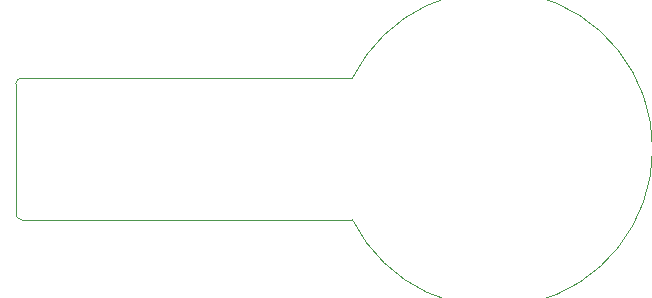
<source format=gbr>
%TF.GenerationSoftware,KiCad,Pcbnew,9.0.0*%
%TF.CreationDate,2025-09-30T20:45:20+05:30*%
%TF.ProjectId,simple_torch,73696d70-6c65-45f7-946f-7263682e6b69,rev?*%
%TF.SameCoordinates,Original*%
%TF.FileFunction,Profile,NP*%
%FSLAX46Y46*%
G04 Gerber Fmt 4.6, Leading zero omitted, Abs format (unit mm)*
G04 Created by KiCad (PCBNEW 9.0.0) date 2025-09-30 20:45:20*
%MOMM*%
%LPD*%
G01*
G04 APERTURE LIST*
%TA.AperFunction,Profile*%
%ADD10C,0.050000*%
%TD*%
G04 APERTURE END LIST*
D10*
X119000000Y-90000000D02*
X119000000Y-101000000D01*
X119500000Y-89500000D02*
X147500000Y-89500002D01*
X119500000Y-101500000D02*
X147500000Y-101500000D01*
X119000000Y-90000000D02*
G75*
G02*
X119500000Y-89500000I500000J0D01*
G01*
X119500000Y-101500000D02*
G75*
G02*
X119000000Y-101000000I0J500000D01*
G01*
X147500000Y-89500000D02*
G75*
G02*
X147500000Y-101500000I12000000J-6000000D01*
G01*
M02*

</source>
